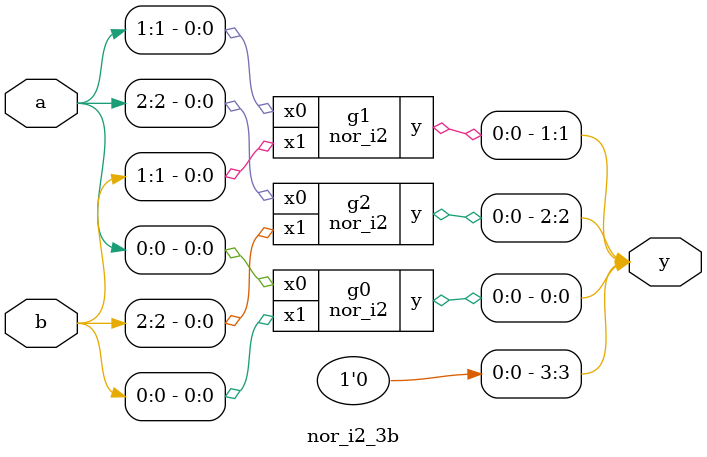
<source format=v>
module nor_i3(y, x0, x1, x2);
	output y;
	input x0, x1, x2;
		
	assign y = ~(x0 | x1 | x2);
endmodule

module nor_i2(y, x0, x1);
	output y;
	input x0, x1;
		
	assign y = ~(x0 | x1);
endmodule
	
module nor_i2_3b(y, a, b);
	output [3:0] y;
	input  [2:0] a, b;
      
	nor_i2 g0(y[0], a[0], b[0]);
	nor_i2 g1(y[1], a[1], b[1]);
	nor_i2 g2(y[2], a[2], b[2]);
	assign y[3] = 1'b0;
endmodule // nor_i2_3b
</source>
